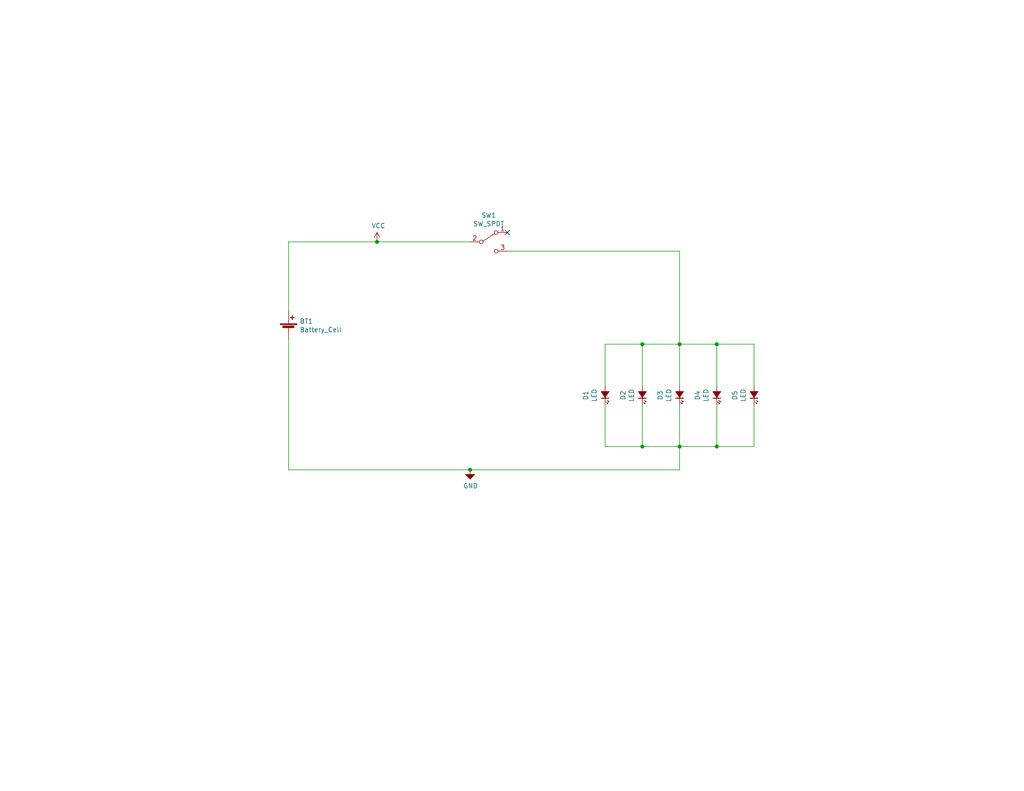
<source format=kicad_sch>
(kicad_sch (version 20211123) (generator eeschema)
  (paper "A")
  (title_block (title "Sunny Surprise") (date "2022-03-11") (rev "A") (comment 2 "SUN-0100") (comment 3 "WRIGHT"))
  (lib_symbols
    (symbol "Alpenglow:GND" (power) (pin_numbers hide) (pin_names (offset 0) hide) (in_bom no)
      (symbol "GND_0_1"
        (polyline (pts (xy 0 0) (xy 0 -1.27) (xy 1.27 -1.27) (xy 0 -2.54) (xy -1.27 -1.27) (xy 0 -1.27)) (fill (type outline)))
      )
      (symbol "GND_1_1"
        (pin power_in line (at 0 0 270) (length 0) hide (name "GND") (number "1"))
      )
    )
    (symbol "Alpenglow:LED" (pin_numbers hide) (pin_names (offset 0.254) hide)
      (property "Reference" "D" (at -1.27 3.175 0))
      (property "Value" "LED" (at -4.445 -2.54 0))
      (symbol "LED_0_1"
        (polyline (pts (xy -0.762 -1.016) (xy -0.762 1.016)) (stroke (width 0.254)))
        (polyline (pts (xy 1.016 0) (xy -0.762 0)))
        (polyline (pts (xy 1.016 -1.016) (xy -0.508 0) (xy 1.016 1.016) (xy 1.016 -1.016)) (stroke (width 0.254)) (fill (type outline)))
        (polyline (pts (xy -1.778 -0.254) (xy -2.286 -0.762) (xy -2.286 -0.508) (xy -2.286 -0.762) (xy -2.032 -0.762)))
        (polyline (pts (xy -1.27 -0.508) (xy -1.778 -1.016) (xy -1.778 -0.762) (xy -1.778 -1.016) (xy -1.524 -1.016)))
      )
      (symbol "LED_1_1"
        (pin passive line (at -2.54 0 0) (length 1.778) (name "K") (number "1"))
        (pin passive line (at 2.54 0 180) (length 1.778) (name "A") (number "2"))
      )
    )
    (symbol "Alpenglow:SW_SPDT" (pin_names (offset 0) hide)
      (property "Reference" "SW" (at 0 4.318 0))
      (property "Value" "Alpenglow_SW_SPDT" (at 0 -5.08 0))
      (symbol "SW_SPDT_0_0"
        (circle (center -2.032 0) (radius 0.508))
        (circle (center 2.032 -2.54) (radius 0.508))
      )
      (symbol "SW_SPDT_0_1"
        (polyline (pts (xy -1.524 0.254) (xy 1.651 2.286)))
        (circle (center 2.032 2.54) (radius 0.508))
      )
      (symbol "SW_SPDT_1_1"
        (pin passive line (at 5.08 2.54 180) (length 2.54) (name "A") (number "1"))
        (pin passive line (at -5.08 0 0) (length 2.54) (name "B") (number "2"))
        (pin passive line (at 5.08 -2.54 180) (length 2.54) (name "C") (number "3"))
      )
    )
    (symbol "Device:Battery_Cell" (pin_numbers hide) (pin_names (offset 0) hide)
      (property "Reference" "BT" (at 2.54 2.54 0))
      (property "Value" "Battery_Cell" (at 2.54 0 0))
      (symbol "Battery_Cell_0_1"
        (rectangle (start -2.286 1.778) (end 2.286 1.524) (fill (type outline)))
        (rectangle (start -1.5748 1.1938) (end 1.4732 0.6858) (fill (type outline)))
        (polyline (pts (xy 0 0.762) (xy 0 0)))
        (polyline (pts (xy 0 1.778) (xy 0 2.54)))
        (polyline (pts (xy 0.508 3.429) (xy 1.524 3.429)) (stroke (width 0.254)))
        (polyline (pts (xy 1.016 3.937) (xy 1.016 2.921)) (stroke (width 0.254)))
      )
      (symbol "Battery_Cell_1_1"
        (pin passive line (at 0 5.08 270) (length 2.54) (name "+") (number "1"))
        (pin passive line (at 0 -2.54 90) (length 2.54) (name "-") (number "2"))
      )
    )
    (symbol "power:VCC" (power) (pin_names (offset 0))
      (property "Value" "VCC" (at 0 3.81 0))
      (symbol "VCC_0_1"
        (polyline (pts (xy -0.762 1.27) (xy 0 2.54)))
        (polyline (pts (xy 0 0) (xy 0 2.54)))
        (polyline (pts (xy 0 2.54) (xy 0.762 1.27)))
      )
      (symbol "VCC_1_1"
        (pin power_in line (at 0 0 90) (length 0) hide (name "VCC") (number "1"))
      )
    )
  )
  (junction (at 128.27 128.27))
  (junction (at 195.58 121.92))
  (junction (at 175.26 93.98))
  (junction (at 195.58 93.98))
  (junction (at 175.26 121.92))
  (junction (at 102.87 66.04))
  (junction (at 185.42 93.98))
  (junction (at 185.42 121.92))
  (no_connect (at 138.43 63.5))
  (wire (pts (xy 138.43 68.58) (xy 185.42 68.58)))
  (wire (pts (xy 185.42 121.92) (xy 175.26 121.92)))
  (wire (pts (xy 175.26 93.98) (xy 185.42 93.98)))
  (wire (pts (xy 185.42 105.41) (xy 185.42 93.98)))
  (wire (pts (xy 185.42 110.49) (xy 185.42 121.92)))
  (wire (pts (xy 165.1 121.92) (xy 165.1 110.49)))
  (wire (pts (xy 165.1 105.41) (xy 165.1 93.98)))
  (wire (pts (xy 78.74 128.27) (xy 128.27 128.27)))
  (wire (pts (xy 185.42 121.92) (xy 185.42 128.27)))
  (wire (pts (xy 185.42 93.98) (xy 185.42 68.58)))
  (wire (pts (xy 185.42 93.98) (xy 195.58 93.98)))
  (wire (pts (xy 102.87 66.04) (xy 128.27 66.04)))
  (wire (pts (xy 175.26 121.92) (xy 165.1 121.92)))
  (wire (pts (xy 205.74 110.49) (xy 205.74 121.92)))
  (wire (pts (xy 175.26 105.41) (xy 175.26 93.98)))
  (wire (pts (xy 195.58 105.41) (xy 195.58 93.98)))
  (wire (pts (xy 165.1 93.98) (xy 175.26 93.98)))
  (wire (pts (xy 185.42 121.92) (xy 195.58 121.92)))
  (wire (pts (xy 128.27 128.27) (xy 185.42 128.27)))
  (wire (pts (xy 205.74 105.41) (xy 205.74 93.98)))
  (wire (pts (xy 78.74 66.04) (xy 102.87 66.04)))
  (wire (pts (xy 195.58 110.49) (xy 195.58 121.92)))
  (wire (pts (xy 78.74 85.09) (xy 78.74 66.04)))
  (wire (pts (xy 175.26 110.49) (xy 175.26 121.92)))
  (wire (pts (xy 195.58 121.92) (xy 205.74 121.92)))
  (wire (pts (xy 205.74 93.98) (xy 195.58 93.98)))
  (wire (pts (xy 78.74 92.71) (xy 78.74 128.27)))
  (symbol (lib_id "Device:Battery_Cell") (at 78.74 90.17 0) (unit 1)
    (property "Reference" "BT1" (at 81.7372 87.7316 0) (effects (justify left)))
    (property "Value" "Battery_Cell" (at 81.7372 90.043 0) (effects (justify left)))
    (property "Footprint" "Alpenglow:BatteryHolder_MPD_BK888_2032_THRU" (effects hide))
  )
  (symbol (lib_id "power:VCC") (at 102.87 66.04 0) (unit 1)
    (property "Reference" "#PWR01" (effects hide))
    (property "Value" "VCC" (at 103.251 61.6458 0))
  )
  (symbol (lib_id "Alpenglow:SW_SPDT") (at 133.35 66.04 0) (unit 1)
    (property "Reference" "SW1" (at 133.35 58.801 0))
    (property "Value" "SW_SPDT" (at 133.35 61.1124 0))
    (property "Footprint" "Alpenglow:Alpenglow_SW_SPDT_3pin_RTA" (effects hide))
  )
  (symbol (lib_id "Alpenglow:LED") (at 165.1 107.95 90) (unit 1)
    (property "Reference" "D1" (at 159.8422 107.95 0))
    (property "Value" "LED" (at 162.1536 107.95 0))
    (property "Footprint" "Alpenglow:LED_D5.0mm_Horizontal_Sun" (effects hide))
  )
  (symbol (lib_id "Alpenglow:LED") (at 175.26 107.95 90) (unit 1)
    (property "Reference" "D2" (at 170.0022 107.95 0))
    (property "Value" "LED" (at 172.3136 107.95 0))
    (property "Footprint" "Alpenglow:LED_D5.0mm_Horizontal_Sun" (effects hide))
  )
  (symbol (lib_id "Alpenglow:LED") (at 205.74 107.95 90) (unit 1)
    (property "Reference" "D5" (at 200.4822 107.95 0))
    (property "Value" "LED" (at 202.7936 107.95 0))
    (property "Footprint" "Alpenglow:LED_D5.0mm_Horizontal_Sun" (effects hide))
  )
  (symbol (lib_id "Alpenglow:LED") (at 195.58 107.95 90) (unit 1)
    (property "Reference" "D4" (at 190.3222 107.95 0))
    (property "Value" "LED" (at 192.6336 107.95 0))
    (property "Footprint" "Alpenglow:LED_D5.0mm_Horizontal_Sun" (effects hide))
  )
  (symbol (lib_id "Alpenglow:LED") (at 185.42 107.95 90) (unit 1)
    (property "Reference" "D3" (at 180.1622 107.95 0))
    (property "Value" "LED" (at 182.4736 107.95 0))
    (property "Footprint" "Alpenglow:LED_D5.0mm_Horizontal_Sun" (effects hide))
  )
  (symbol (lib_id "Alpenglow:GND") (at 128.27 128.27 0) (unit 1)
    (property "Reference" "#PWR02" (effects hide))
    (property "Value" "GND" (at 128.397 132.6642 0))
  )
)
</source>
